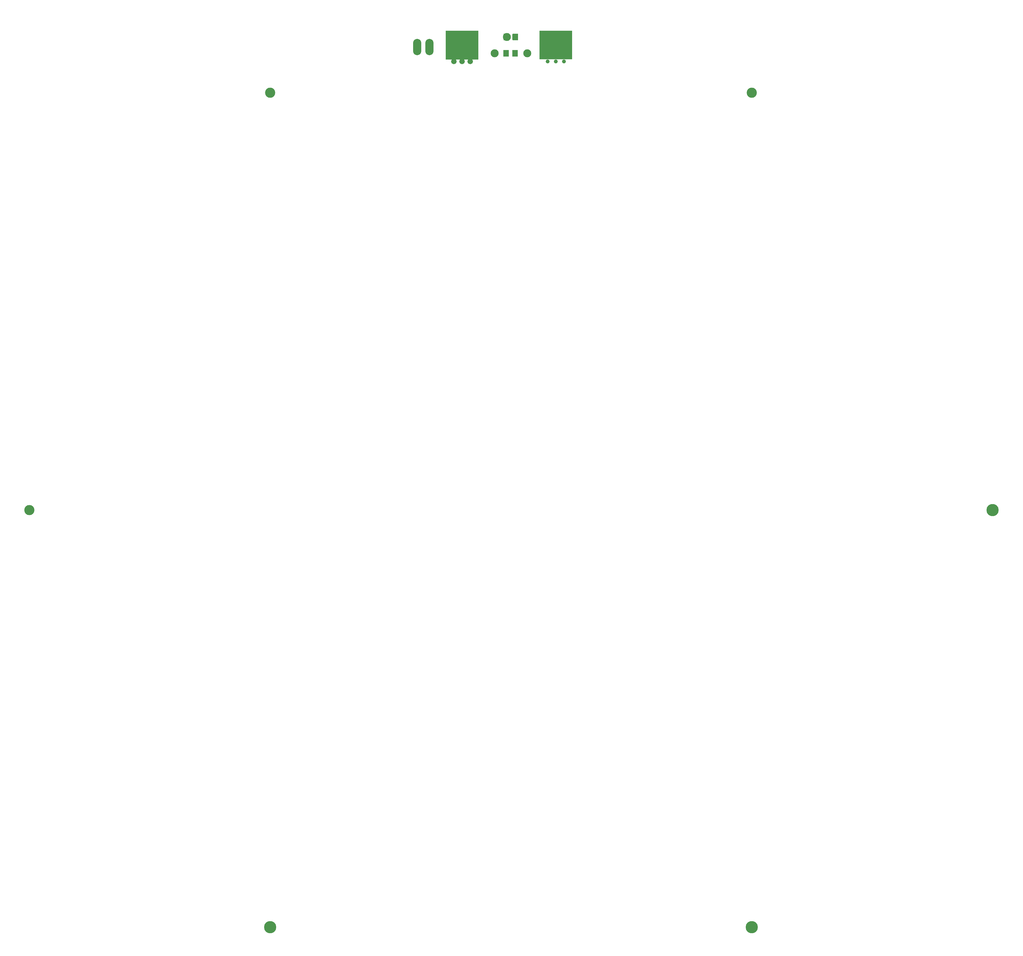
<source format=gbr>
G04 DipTrace 2.3.0.1*
%IN58742_R2_ONYX_TopMask.gbr*%
%MOIN*%
%ADD22O,0.1X0.2*%
%ADD33C,0.15*%
%ADD34C,0.125*%
%ADD37C,0.048*%
%ADD43C,0.098*%
%ADD45R,0.071X0.0789*%
%ADD47C,0.0671*%
%ADD49C,0.098*%
%ADD51R,0.0671X0.0671*%
%FSLAX44Y44*%
G04*
G70*
G90*
G75*
G01*
%LNTopMask*%
%LPD*%
D37*
X27201Y122964D3*
X26201D3*
X25201D3*
Y121964D3*
X26201D3*
X27201D3*
Y120964D3*
X26201D3*
X25201D3*
Y119964D3*
X26201D3*
X27201D3*
D51*
X21201Y122964D3*
D49*
X20201D3*
D33*
X50231Y13824D3*
D34*
X-8829Y116104D3*
X50231D3*
D33*
X79761Y64964D3*
D34*
X-38359D3*
D33*
X-8829Y13824D3*
D47*
X14701Y119964D3*
X13701Y122964D3*
X14701D3*
X15701D3*
Y121964D3*
X14701D3*
X13701D3*
Y120964D3*
X14701D3*
X15701D3*
Y119964D3*
X9201Y121214D3*
X13701Y119964D3*
X10701Y121214D3*
D45*
X21224Y122964D3*
X20121D3*
X21201Y120964D3*
X20099D3*
D43*
X18701D3*
D49*
X22701D3*
D22*
X9201Y121714D3*
X10701D3*
G36*
X24201Y123714D2*
X28201D1*
Y120224D1*
X24201D1*
Y123714D1*
G37*
G36*
X12701D2*
X16701D1*
Y120184D1*
X12701D1*
Y123714D1*
G37*
M02*

</source>
